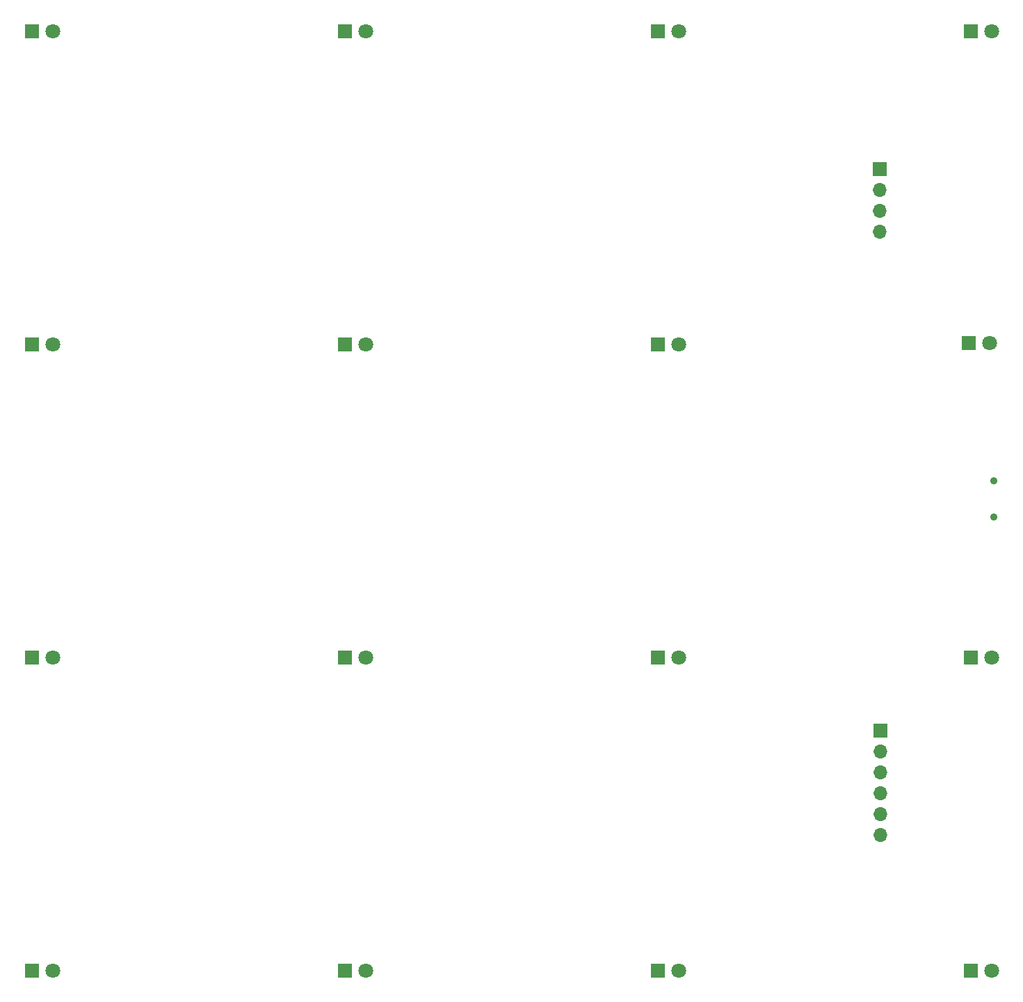
<source format=gbr>
%TF.GenerationSoftware,KiCad,Pcbnew,7.0.10*%
%TF.CreationDate,2024-05-15T16:53:25+02:00*%
%TF.ProjectId,ledrunner,6c656472-756e-46e6-9572-2e6b69636164,rev?*%
%TF.SameCoordinates,Original*%
%TF.FileFunction,Soldermask,Bot*%
%TF.FilePolarity,Negative*%
%FSLAX46Y46*%
G04 Gerber Fmt 4.6, Leading zero omitted, Abs format (unit mm)*
G04 Created by KiCad (PCBNEW 7.0.10) date 2024-05-15 16:53:25*
%MOMM*%
%LPD*%
G01*
G04 APERTURE LIST*
%ADD10R,1.800000X1.800000*%
%ADD11C,1.800000*%
%ADD12R,1.700000X1.700000*%
%ADD13O,1.700000X1.700000*%
%ADD14C,0.900000*%
G04 APERTURE END LIST*
D10*
%TO.C,D12*%
X152400000Y-120650000D03*
D11*
X154940000Y-120650000D03*
%TD*%
D10*
%TO.C,D5*%
X38100000Y-82550000D03*
D11*
X40640000Y-82550000D03*
%TD*%
D12*
%TO.C,J3*%
X141351000Y-61214000D03*
D13*
X141351000Y-63754000D03*
X141351000Y-66294000D03*
X141351000Y-68834000D03*
%TD*%
D10*
%TO.C,D8*%
X152200413Y-82407478D03*
D11*
X154740413Y-82407478D03*
%TD*%
D10*
%TO.C,D16*%
X152400000Y-158750000D03*
D11*
X154940000Y-158750000D03*
%TD*%
D14*
%TO.C,J1*%
X155219000Y-103563000D03*
X155219000Y-99163000D03*
%TD*%
D12*
%TO.C,J2*%
X141421000Y-129550000D03*
D13*
X141421000Y-132090000D03*
X141421000Y-134630000D03*
X141421000Y-137170000D03*
X141421000Y-139710000D03*
X141421000Y-142250000D03*
%TD*%
D10*
%TO.C,D9*%
X38100000Y-120650000D03*
D11*
X40640000Y-120650000D03*
%TD*%
D10*
%TO.C,D1*%
X38100000Y-44450000D03*
D11*
X40640000Y-44450000D03*
%TD*%
D10*
%TO.C,D6*%
X76200000Y-82550000D03*
D11*
X78740000Y-82550000D03*
%TD*%
D10*
%TO.C,D11*%
X114300000Y-120650000D03*
D11*
X116840000Y-120650000D03*
%TD*%
D10*
%TO.C,D2*%
X76200000Y-44450000D03*
D11*
X78740000Y-44450000D03*
%TD*%
D10*
%TO.C,D13*%
X38100000Y-158750000D03*
D11*
X40640000Y-158750000D03*
%TD*%
D10*
%TO.C,D15*%
X114300000Y-158750000D03*
D11*
X116840000Y-158750000D03*
%TD*%
D10*
%TO.C,D14*%
X76200000Y-158750000D03*
D11*
X78740000Y-158750000D03*
%TD*%
D10*
%TO.C,D7*%
X114300000Y-82550000D03*
D11*
X116840000Y-82550000D03*
%TD*%
D10*
%TO.C,D3*%
X114300000Y-44450000D03*
D11*
X116840000Y-44450000D03*
%TD*%
D10*
%TO.C,D4*%
X152400000Y-44450000D03*
D11*
X154940000Y-44450000D03*
%TD*%
D10*
%TO.C,D10*%
X76200000Y-120650000D03*
D11*
X78740000Y-120650000D03*
%TD*%
M02*

</source>
